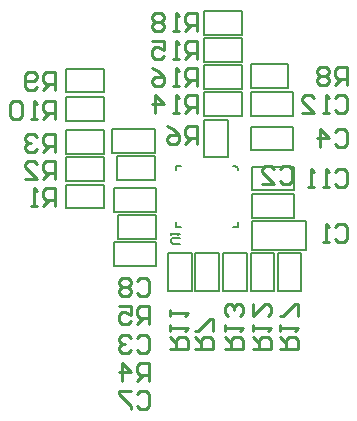
<source format=gbo>
G04*
G04 #@! TF.GenerationSoftware,Altium Limited,Altium Designer,21.1.1 (26)*
G04*
G04 Layer_Color=32896*
%FSLAX44Y44*%
%MOMM*%
G71*
G04*
G04 #@! TF.SameCoordinates,2B608519-D33F-45DA-9D82-168DE6A03E0F*
G04*
G04*
G04 #@! TF.FilePolarity,Positive*
G04*
G01*
G75*
%ADD10C,0.2000*%
%ADD11C,0.2540*%
%ADD30C,0.1500*%
D10*
X237000Y170000D02*
Y202000D01*
X217000Y170000D02*
X237000D01*
X217000D02*
Y202000D01*
X237000D01*
X240000Y170000D02*
Y202000D01*
X260000D01*
Y170000D02*
Y202000D01*
X240000Y170000D02*
X260000D01*
X284000D02*
Y202000D01*
X264000Y170000D02*
X284000D01*
X264000D02*
Y202000D01*
X284000D01*
X287000Y170000D02*
Y202000D01*
X307000D01*
Y170000D02*
Y202000D01*
X287000Y170000D02*
X307000D01*
X330000D02*
Y202000D01*
X310000Y170000D02*
X330000D01*
X310000D02*
Y202000D01*
X330000D01*
X248000Y283000D02*
Y315000D01*
X268000D01*
Y283000D02*
Y315000D01*
X248000Y283000D02*
X268000D01*
X334000Y205000D02*
Y229000D01*
X288000D02*
X334000D01*
X288000Y205000D02*
Y229000D01*
Y205000D02*
X334000D01*
X288000Y232000D02*
X324000D01*
X288000D02*
Y252000D01*
X324000D01*
Y232000D02*
Y252000D01*
X171000Y257000D02*
X207000D01*
Y237000D02*
Y257000D01*
X171000Y237000D02*
X207000D01*
X171000D02*
Y257000D01*
X287000Y289000D02*
X323000D01*
X287000D02*
Y309000D01*
X323000D01*
Y289000D02*
Y309000D01*
X171000Y191000D02*
X207000D01*
X171000D02*
Y211000D01*
X207000D01*
Y191000D02*
Y211000D01*
X170000Y307000D02*
X206000D01*
Y287000D02*
Y307000D01*
X170000Y287000D02*
X206000D01*
X170000D02*
Y307000D01*
X288000Y275000D02*
X324000D01*
Y255000D02*
Y275000D01*
X288000Y255000D02*
X324000D01*
X288000D02*
Y275000D01*
X287000Y338000D02*
X323000D01*
Y318000D02*
Y338000D01*
X287000Y318000D02*
X323000D01*
X287000D02*
Y338000D01*
X131000Y240000D02*
X163000D01*
X131000D02*
Y260000D01*
X163000D01*
Y240000D02*
Y260000D01*
X131000Y283000D02*
X163000D01*
Y263000D02*
Y283000D01*
X131000Y263000D02*
X163000D01*
X131000D02*
Y283000D01*
Y286000D02*
X163000D01*
X131000D02*
Y306000D01*
X163000D01*
Y286000D02*
Y306000D01*
X175000Y234000D02*
X207000D01*
Y214000D02*
Y234000D01*
X175000Y214000D02*
X207000D01*
X175000D02*
Y234000D01*
X174000Y264000D02*
X206000D01*
X174000D02*
Y284000D01*
X206000D01*
Y264000D02*
Y284000D01*
X287000Y342000D02*
X319000D01*
X287000D02*
Y362000D01*
X319000D01*
Y342000D02*
Y362000D01*
X131000Y338000D02*
X163000D01*
X131000D02*
Y358000D01*
X163000D01*
Y338000D02*
Y358000D01*
X131000Y314000D02*
X163000D01*
X131000D02*
Y334000D01*
X163000D01*
Y314000D02*
Y334000D01*
X248000Y338000D02*
X280000D01*
Y318000D02*
Y338000D01*
X248000Y318000D02*
X280000D01*
X248000D02*
Y338000D01*
Y384000D02*
X280000D01*
Y364000D02*
Y384000D01*
X248000Y364000D02*
X280000D01*
X248000D02*
Y384000D01*
Y361000D02*
X280000D01*
Y341000D02*
Y361000D01*
X248000Y341000D02*
X280000D01*
X248000D02*
Y361000D01*
Y387000D02*
X280000D01*
X248000D02*
Y407000D01*
X280000D01*
Y387000D02*
Y407000D01*
X276000Y272000D02*
Y274000D01*
Y224000D02*
Y228000D01*
X272000Y224000D02*
X276000D01*
X224000D02*
X228000D01*
X224000D02*
Y228000D01*
Y272000D02*
Y276000D01*
X228000D01*
X272000D02*
X274000D01*
X276000Y274000D01*
D11*
X241508Y389668D02*
Y404903D01*
X233890D01*
X231351Y402364D01*
Y397285D01*
X233890Y394746D01*
X241508D01*
X236430D02*
X231351Y389668D01*
X226273D02*
X221195D01*
X223734D01*
Y404903D01*
X226273Y402364D01*
X213577D02*
X211038Y404903D01*
X205959D01*
X203420Y402364D01*
Y399825D01*
X205959Y397285D01*
X203420Y394746D01*
Y392207D01*
X205959Y389668D01*
X211038D01*
X213577Y392207D01*
Y394746D01*
X211038Y397285D01*
X213577Y399825D01*
Y402364D01*
X211038Y397285D02*
X205959D01*
X312000Y121000D02*
X327235D01*
Y128617D01*
X324696Y131157D01*
X319618D01*
X317078Y128617D01*
Y121000D01*
Y126078D02*
X312000Y131157D01*
Y136235D02*
Y141313D01*
Y138774D01*
X327235D01*
X324696Y136235D01*
X327235Y148931D02*
Y159088D01*
X324696D01*
X314539Y148931D01*
X312000D01*
X241508Y343694D02*
Y358929D01*
X233890D01*
X231351Y356390D01*
Y351311D01*
X233890Y348772D01*
X241508D01*
X236430D02*
X231351Y343694D01*
X226273D02*
X221195D01*
X223734D01*
Y358929D01*
X226273Y356390D01*
X203420Y358929D02*
X208499Y356390D01*
X213577Y351311D01*
Y346233D01*
X211038Y343694D01*
X205959D01*
X203420Y346233D01*
Y348772D01*
X205959Y351311D01*
X213577D01*
X241508Y366554D02*
Y381789D01*
X233890D01*
X231351Y379250D01*
Y374171D01*
X233890Y371632D01*
X241508D01*
X236430D02*
X231351Y366554D01*
X226273D02*
X221195D01*
X223734D01*
Y381789D01*
X226273Y379250D01*
X203420Y381789D02*
X213577D01*
Y374171D01*
X208499Y376711D01*
X205959D01*
X203420Y374171D01*
Y369093D01*
X205959Y366554D01*
X211038D01*
X213577Y369093D01*
X241508Y320580D02*
Y335815D01*
X233890D01*
X231351Y333276D01*
Y328198D01*
X233890Y325658D01*
X241508D01*
X236430D02*
X231351Y320580D01*
X226273D02*
X221195D01*
X223734D01*
Y335815D01*
X226273Y333276D01*
X205959Y320580D02*
Y335815D01*
X213577Y328198D01*
X203420D01*
X265000Y121000D02*
X280235D01*
Y128617D01*
X277696Y131157D01*
X272617D01*
X270078Y128617D01*
Y121000D01*
Y126078D02*
X265000Y131157D01*
Y136235D02*
Y141313D01*
Y138774D01*
X280235D01*
X277696Y136235D01*
Y148931D02*
X280235Y151470D01*
Y156549D01*
X277696Y159088D01*
X275157D01*
X272617Y156549D01*
Y154009D01*
Y156549D01*
X270078Y159088D01*
X267539D01*
X265000Y156549D01*
Y151470D01*
X267539Y148931D01*
X289000Y121000D02*
X304235D01*
Y128617D01*
X301696Y131157D01*
X296618D01*
X294078Y128617D01*
Y121000D01*
Y126078D02*
X289000Y131157D01*
Y136235D02*
Y141313D01*
Y138774D01*
X304235D01*
X301696Y136235D01*
X289000Y159088D02*
Y148931D01*
X299157Y159088D01*
X301696D01*
X304235Y156549D01*
Y151470D01*
X301696Y148931D01*
X219000Y121000D02*
X234235D01*
Y128617D01*
X231696Y131157D01*
X226618D01*
X224078Y128617D01*
Y121000D01*
Y126078D02*
X219000Y131157D01*
Y136235D02*
Y141313D01*
Y138774D01*
X234235D01*
X231696Y136235D01*
X219000Y148931D02*
Y154009D01*
Y151470D01*
X234235D01*
X231696Y148931D01*
X121414Y315516D02*
Y330751D01*
X113797D01*
X111257Y328212D01*
Y323134D01*
X113797Y320594D01*
X121414D01*
X116336D02*
X111257Y315516D01*
X106179D02*
X101101D01*
X103640D01*
Y330751D01*
X106179Y328212D01*
X93483D02*
X90944Y330751D01*
X85865D01*
X83326Y328212D01*
Y318055D01*
X85865Y315516D01*
X90944D01*
X93483Y318055D01*
Y328212D01*
X121414Y339646D02*
Y354881D01*
X113797D01*
X111257Y352342D01*
Y347263D01*
X113797Y344724D01*
X121414D01*
X116336D02*
X111257Y339646D01*
X106179Y342185D02*
X103640Y339646D01*
X98561D01*
X96022Y342185D01*
Y352342D01*
X98561Y354881D01*
X103640D01*
X106179Y352342D01*
Y349803D01*
X103640Y347263D01*
X96022D01*
X368434Y344710D02*
Y359945D01*
X360816D01*
X358277Y357406D01*
Y352327D01*
X360816Y349788D01*
X368434D01*
X363356D02*
X358277Y344710D01*
X353199Y357406D02*
X350660Y359945D01*
X345581D01*
X343042Y357406D01*
Y354867D01*
X345581Y352327D01*
X343042Y349788D01*
Y347249D01*
X345581Y344710D01*
X350660D01*
X353199Y347249D01*
Y349788D01*
X350660Y352327D01*
X353199Y354867D01*
Y357406D01*
X350660Y352327D02*
X345581D01*
X240000Y121000D02*
X255235D01*
Y128617D01*
X252696Y131157D01*
X247617D01*
X245078Y128617D01*
Y121000D01*
Y126078D02*
X240000Y131157D01*
X255235Y136235D02*
Y146392D01*
X252696D01*
X242539Y136235D01*
X240000D01*
X242000Y294000D02*
Y309235D01*
X234382D01*
X231843Y306696D01*
Y301618D01*
X234382Y299078D01*
X242000D01*
X236922D02*
X231843Y294000D01*
X216608Y309235D02*
X221687Y306696D01*
X226765Y301618D01*
Y296539D01*
X224226Y294000D01*
X219147D01*
X216608Y296539D01*
Y299078D01*
X219147Y301618D01*
X226765D01*
X201356Y141589D02*
Y156824D01*
X193738D01*
X191199Y154285D01*
Y149206D01*
X193738Y146667D01*
X201356D01*
X196278D02*
X191199Y141589D01*
X175964Y156824D02*
X186121D01*
Y149206D01*
X181043Y151746D01*
X178503D01*
X175964Y149206D01*
Y144128D01*
X178503Y141589D01*
X183582D01*
X186121Y144128D01*
X201356Y93583D02*
Y108818D01*
X193738D01*
X191199Y106279D01*
Y101201D01*
X193738Y98661D01*
X201356D01*
X196278D02*
X191199Y93583D01*
X178503D02*
Y108818D01*
X186121Y101201D01*
X175964D01*
X121414Y287576D02*
Y302811D01*
X113797D01*
X111257Y300272D01*
Y295194D01*
X113797Y292654D01*
X121414D01*
X116336D02*
X111257Y287576D01*
X106179Y300272D02*
X103640Y302811D01*
X98561D01*
X96022Y300272D01*
Y297733D01*
X98561Y295194D01*
X101101D01*
X98561D01*
X96022Y292654D01*
Y290115D01*
X98561Y287576D01*
X103640D01*
X106179Y290115D01*
X121414Y264716D02*
Y279951D01*
X113797D01*
X111257Y277412D01*
Y272334D01*
X113797Y269794D01*
X121414D01*
X116336D02*
X111257Y264716D01*
X96022D02*
X106179D01*
X96022Y274873D01*
Y277412D01*
X98561Y279951D01*
X103640D01*
X106179Y277412D01*
X121414Y241602D02*
Y256837D01*
X113797D01*
X111257Y254298D01*
Y249219D01*
X113797Y246680D01*
X121414D01*
X116336D02*
X111257Y241602D01*
X106179D02*
X101101D01*
X103640D01*
Y256837D01*
X106179Y254298D01*
X358277Y333276D02*
X360816Y335815D01*
X365895D01*
X368434Y333276D01*
Y323119D01*
X365895Y320580D01*
X360816D01*
X358277Y323119D01*
X353199Y320580D02*
X348121D01*
X350660D01*
Y335815D01*
X353199Y333276D01*
X330346Y320580D02*
X340503D01*
X330346Y330737D01*
Y333276D01*
X332886Y335815D01*
X337964D01*
X340503Y333276D01*
X358277Y270284D02*
X360816Y272823D01*
X365895D01*
X368434Y270284D01*
Y260127D01*
X365895Y257588D01*
X360816D01*
X358277Y260127D01*
X353199Y257588D02*
X348121D01*
X350660D01*
Y272823D01*
X353199Y270284D01*
X340503Y257588D02*
X335425D01*
X337964D01*
Y272823D01*
X340503Y270284D01*
X191199Y178288D02*
X193738Y180827D01*
X198817D01*
X201356Y178288D01*
Y168131D01*
X198817Y165592D01*
X193738D01*
X191199Y168131D01*
X186121Y178288D02*
X183582Y180827D01*
X178503D01*
X175964Y178288D01*
Y175749D01*
X178503Y173209D01*
X175964Y170670D01*
Y168131D01*
X178503Y165592D01*
X183582D01*
X186121Y168131D01*
Y170670D01*
X183582Y173209D01*
X186121Y175749D01*
Y178288D01*
X183582Y173209D02*
X178503D01*
X191199Y82276D02*
X193738Y84815D01*
X198817D01*
X201356Y82276D01*
Y72119D01*
X198817Y69580D01*
X193738D01*
X191199Y72119D01*
X186121Y84815D02*
X175964D01*
Y82276D01*
X186121Y72119D01*
Y69580D01*
X358277Y304320D02*
X360816Y306859D01*
X365895D01*
X368434Y304320D01*
Y294163D01*
X365895Y291624D01*
X360816D01*
X358277Y294163D01*
X345581Y291624D02*
Y306859D01*
X353199Y299242D01*
X343042D01*
X191199Y130282D02*
X193738Y132821D01*
X198817D01*
X201356Y130282D01*
Y120125D01*
X198817Y117586D01*
X193738D01*
X191199Y120125D01*
X186121Y130282D02*
X183582Y132821D01*
X178503D01*
X175964Y130282D01*
Y127743D01*
X178503Y125204D01*
X181043D01*
X178503D01*
X175964Y122664D01*
Y120125D01*
X178503Y117586D01*
X183582D01*
X186121Y120125D01*
X312293Y273424D02*
X314832Y275963D01*
X319911D01*
X322450Y273424D01*
Y263267D01*
X319911Y260728D01*
X314832D01*
X312293Y263267D01*
X297058Y260728D02*
X307215D01*
X297058Y270885D01*
Y273424D01*
X299597Y275963D01*
X304676D01*
X307215Y273424D01*
X358277Y224310D02*
X360816Y226849D01*
X365895D01*
X368434Y224310D01*
Y214153D01*
X365895Y211614D01*
X360816D01*
X358277Y214153D01*
X353199Y211614D02*
X348121D01*
X350660D01*
Y226849D01*
X353199Y224310D01*
D30*
X226998Y210000D02*
X221166D01*
X220000Y211166D01*
Y213499D01*
X221166Y214665D01*
X226998D01*
X220000Y216998D02*
Y219330D01*
Y218164D01*
X226998D01*
X225832Y216998D01*
M02*

</source>
